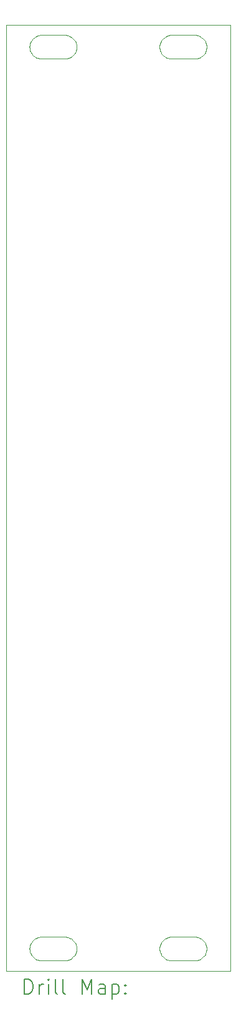
<source format=gbr>
%TF.GenerationSoftware,KiCad,Pcbnew,(6.0.9)*%
%TF.CreationDate,2022-12-27T03:42:47-08:00*%
%TF.ProjectId,panel_pcb,70616e65-6c5f-4706-9362-2e6b69636164,rev?*%
%TF.SameCoordinates,Original*%
%TF.FileFunction,Drillmap*%
%TF.FilePolarity,Positive*%
%FSLAX45Y45*%
G04 Gerber Fmt 4.5, Leading zero omitted, Abs format (unit mm)*
G04 Created by KiCad (PCBNEW (6.0.9)) date 2022-12-27 03:42:47*
%MOMM*%
%LPD*%
G01*
G04 APERTURE LIST*
%ADD10C,0.100000*%
%ADD11C,0.200000*%
G04 APERTURE END LIST*
D10*
X-691774Y5968249D02*
X-676445Y5972194D01*
X634570Y5992338D02*
X647760Y5984320D01*
X-1203186Y-6141400D02*
X-1200759Y-6157200D01*
X-676445Y-5972200D02*
X-691774Y-5968200D01*
X-1524000Y-6425000D02*
X-1524000Y6425000D01*
X-1060344Y5965822D02*
X-1043993Y5964995D01*
X-1076226Y5968249D02*
X-1060344Y5965822D01*
X567260Y-6092800D02*
X564840Y-6108700D01*
X724010Y-5965000D02*
X707650Y-5965800D01*
X1091560Y5972194D02*
X1106260Y5977578D01*
X1200760Y6092765D02*
X1203190Y6108642D01*
X-1191430Y6187251D02*
X-1196814Y6172552D01*
X-1133436Y6257665D02*
X-1157122Y6238118D01*
X1176670Y-6214400D02*
X1184690Y-6201200D01*
X-564012Y6124989D02*
X-564012Y6124989D01*
X-1106255Y5977578D02*
X-1091556Y5972194D01*
X-1184688Y6048758D02*
X-1176669Y6035566D01*
X583330Y6201238D02*
X576590Y6187251D01*
X1120240Y-5984300D02*
X1106260Y-5977600D01*
X1157120Y-6011900D02*
X1133440Y-5992300D01*
X-576592Y6062742D02*
X-571209Y6077438D01*
X1200760Y6157222D02*
X1196810Y6172552D01*
X1176670Y-6035600D02*
X1157120Y-6011900D01*
X-1184688Y-6048800D02*
X-1191430Y-6062700D01*
X661750Y6272426D02*
X647760Y6265684D01*
X-691774Y-5968200D02*
X-707655Y-5965800D01*
X-707655Y5965822D02*
X-691774Y5968249D01*
X1524000Y-6425000D02*
X-1524000Y-6425000D01*
X-676445Y5972194D02*
X-661748Y5977578D01*
X-576592Y-6062700D02*
X-583332Y-6048800D01*
X-571209Y-6077400D02*
X-576592Y-6062700D01*
X-564839Y-6141400D02*
X-564012Y-6125000D01*
X591350Y6214432D02*
X583330Y6201238D01*
X1060340Y-5965800D02*
X1043990Y-5965000D01*
X-564012Y-6125000D02*
X-564012Y-6125000D01*
X-591348Y6035566D02*
X-583332Y6048758D01*
X-724006Y-6285000D02*
X-707655Y-6284200D01*
X-1120242Y5984320D02*
X-1106255Y5977578D01*
X1200760Y-6157200D02*
X1203190Y-6141400D01*
X-1200759Y-6092800D02*
X-1203186Y-6108700D01*
X1176670Y6035566D02*
X1184690Y6048758D01*
X-1203186Y6141340D02*
X-1204013Y6124989D01*
X-1091556Y-6277800D02*
X-1076226Y-6281700D01*
X-1120242Y-5984300D02*
X-1133436Y-5992300D01*
X647760Y6265684D02*
X634570Y6257665D01*
X-1200759Y6092765D02*
X-1196814Y6077438D01*
X567260Y-6157200D02*
X571210Y-6172600D01*
X-564839Y6108642D02*
X-564012Y6124989D01*
X-583332Y6201238D02*
X-591348Y6214432D01*
X-564012Y-6125000D02*
X-564839Y-6108700D01*
X-610890Y6011883D02*
X-591348Y6035566D01*
X-691774Y6281756D02*
X-707655Y6284182D01*
X1191430Y-6187300D02*
X1196810Y-6172600D01*
X-1076226Y6281756D02*
X-1091556Y6277810D01*
X576590Y6062742D02*
X583330Y6048758D01*
X1106260Y6272426D02*
X1091560Y6277810D01*
X-564012Y6124989D02*
X-564012Y6124989D01*
X1076230Y5968249D02*
X1091560Y5972194D01*
X1204010Y-6125000D02*
X1204010Y-6125000D01*
X-1157122Y-6011900D02*
X-1176669Y-6035600D01*
X1091560Y6277810D02*
X1076230Y6281756D01*
X-1133436Y-6257700D02*
X-1120242Y-6265700D01*
X-1203186Y-6108700D02*
X-1204013Y-6125000D01*
X1184690Y-6048800D02*
X1176670Y-6035600D01*
X-564012Y-6125000D02*
X-564012Y-6125000D01*
X647760Y-5984300D02*
X634570Y-5992300D01*
X724010Y5964995D02*
X1043990Y5964995D01*
X1060340Y5965822D02*
X1076230Y5968249D01*
X1091560Y-5972200D02*
X1076230Y-5968200D01*
X591350Y-6035600D02*
X583330Y-6048800D01*
X634570Y-5992300D02*
X610890Y-6011900D01*
X-1200759Y-6157200D02*
X-1196814Y-6172600D01*
X-567265Y6092765D02*
X-564839Y6108642D01*
X676440Y5972194D02*
X691770Y5968249D01*
X-1091556Y6277810D02*
X-1106255Y6272426D01*
X1184690Y-6201200D02*
X1191430Y-6187300D01*
X661750Y-6272400D02*
X676440Y-6277800D01*
X571210Y-6172600D02*
X576590Y-6187300D01*
X-1191430Y6062742D02*
X-1184688Y6048758D01*
X-1176669Y-6035600D02*
X-1184688Y-6048800D01*
X676440Y-5972200D02*
X661750Y-5977600D01*
X-724006Y5964995D02*
X-707655Y5965822D01*
X564840Y6108642D02*
X567260Y6092765D01*
X1191430Y6062742D02*
X1196810Y6077438D01*
X1091560Y-6277800D02*
X1106260Y-6272400D01*
X1060340Y6284182D02*
X1043990Y6285009D01*
X691770Y-5968200D02*
X676440Y-5972200D01*
X676440Y-6277800D02*
X691770Y-6281700D01*
X647760Y5984320D02*
X661750Y5977578D01*
X564840Y-6108700D02*
X564010Y-6125000D01*
X-1106255Y-6272400D02*
X-1091556Y-6277800D01*
X-1076226Y-6281700D02*
X-1060344Y-6284200D01*
X724010Y-6285000D02*
X1043990Y-6285000D01*
X564840Y-6141400D02*
X567260Y-6157200D01*
X-1176669Y-6214400D02*
X-1157122Y-6238100D01*
X1043990Y-6285000D02*
X1060340Y-6284200D01*
X-1204013Y-6125000D02*
X-1203186Y-6141400D01*
X-567265Y-6157200D02*
X-564839Y-6141400D01*
X1200760Y-6092800D02*
X1196810Y-6077400D01*
X-564012Y6124989D02*
X-564839Y6141340D01*
X-1120242Y-6265700D02*
X-1106255Y-6272400D01*
X-576592Y-6187300D02*
X-571209Y-6172600D01*
X1120240Y5984320D02*
X1133440Y5992338D01*
X-583332Y-6201200D02*
X-576592Y-6187300D01*
X567260Y6092765D02*
X571210Y6077438D01*
X-1120242Y6265684D02*
X-1133436Y6257665D01*
X583330Y6048758D02*
X591350Y6035566D01*
X1204010Y6124989D02*
X1204010Y6124989D01*
X1133440Y6257665D02*
X1120240Y6265684D01*
X576590Y6187251D02*
X571210Y6172552D01*
X-1043993Y6285009D02*
X-1060344Y6284182D01*
X691770Y6281756D02*
X676440Y6277810D01*
X-1196814Y-6172600D02*
X-1191430Y-6187300D01*
X-647763Y-5984300D02*
X-661748Y-5977600D01*
X-724006Y6285009D02*
X-1043993Y6285009D01*
X1203190Y-6141400D02*
X1204010Y-6125000D01*
X-647763Y5984320D02*
X-634571Y5992338D01*
X634570Y-6257700D02*
X647760Y-6265700D01*
X-1133436Y-5992300D02*
X-1157122Y-6011900D01*
X591350Y-6214400D02*
X610890Y-6238100D01*
X576590Y-6187300D02*
X583330Y-6201200D01*
X-591348Y-6214400D02*
X-583332Y-6201200D01*
X567260Y6157222D02*
X564840Y6141340D01*
X564840Y6141340D02*
X564010Y6124989D01*
X-1157122Y-6238100D02*
X-1133436Y-6257700D01*
X724010Y6285009D02*
X707650Y6284182D01*
X-647763Y6265684D02*
X-661748Y6272426D01*
X661750Y-5977600D02*
X647760Y-5984300D01*
X571210Y-6077400D02*
X567260Y-6092800D01*
X1196810Y6077438D02*
X1200760Y6092765D01*
X-1196814Y6172552D02*
X-1200759Y6157222D01*
X676440Y6277810D02*
X661750Y6272426D01*
X707650Y-5965800D02*
X691770Y-5968200D01*
X1184690Y6048758D02*
X1191430Y6062742D01*
X576590Y-6062700D02*
X571210Y-6077400D01*
X1204010Y-6125000D02*
X1203190Y-6108700D01*
X1120240Y6265684D02*
X1106260Y6272426D01*
X-1060344Y-5965800D02*
X-1076226Y-5968200D01*
X-661748Y5977578D02*
X-647763Y5984320D01*
X-571209Y-6172600D02*
X-567265Y-6157200D01*
X1120240Y-6265700D02*
X1133440Y-6257700D01*
X1191430Y6187251D02*
X1184690Y6201238D01*
X1106260Y-6272400D02*
X1120240Y-6265700D01*
X634570Y6257665D02*
X610890Y6238118D01*
X-583332Y-6048800D02*
X-591348Y-6035600D01*
X564010Y-6125000D02*
X564840Y-6141400D01*
X-1196814Y-6077400D02*
X-1200759Y-6092800D01*
X-724006Y-5965000D02*
X-1043993Y-5965000D01*
X1076230Y-5968200D02*
X1060340Y-5965800D01*
X1043990Y5964995D02*
X1060340Y5965822D01*
X661750Y5977578D02*
X676440Y5972194D01*
X1133440Y-5992300D02*
X1120240Y-5984300D01*
X610890Y6238118D02*
X591350Y6214432D01*
X-707655Y-6284200D02*
X-691774Y-6281700D01*
X583330Y-6201200D02*
X591350Y-6214400D01*
X-583332Y6048758D02*
X-576592Y6062742D01*
X-1091556Y-5972200D02*
X-1106255Y-5977600D01*
X-571209Y6172552D02*
X-576592Y6187251D01*
X-1191430Y-6062700D02*
X-1196814Y-6077400D01*
X-1106255Y6272426D02*
X-1120242Y6265684D01*
X1133440Y5992338D02*
X1157120Y6011883D01*
X707650Y6284182D02*
X691770Y6281756D01*
X-567265Y6157222D02*
X-571209Y6172552D01*
X-1043993Y-5965000D02*
X-1060344Y-5965800D01*
X-676445Y-6277800D02*
X-661748Y-6272400D01*
X-634571Y-6257700D02*
X-610890Y-6238100D01*
X-610890Y6238118D02*
X-634571Y6257665D01*
X-634571Y6257665D02*
X-647763Y6265684D01*
X1157120Y6238118D02*
X1133440Y6257665D01*
X1524000Y6425000D02*
X1524000Y-6425000D01*
X-707655Y-5965800D02*
X-724006Y-5965000D01*
X-564839Y6141340D02*
X-567265Y6157222D01*
X610890Y-6011900D02*
X591350Y-6035600D01*
X1176670Y6214432D02*
X1157120Y6238118D01*
X1196810Y-6172600D02*
X1200760Y-6157200D01*
X-591348Y-6035600D02*
X-610890Y-6011900D01*
X-1196814Y6077438D02*
X-1191430Y6062742D01*
X-1176669Y6035566D02*
X-1157122Y6011883D01*
X1191430Y-6062700D02*
X1184690Y-6048800D01*
X1203190Y-6108700D02*
X1200760Y-6092800D01*
X-1184688Y-6201200D02*
X-1176669Y-6214400D01*
X1203190Y6108642D02*
X1204010Y6124989D01*
X610890Y-6238100D02*
X634570Y-6257700D01*
X-1176669Y6214432D02*
X-1184688Y6201238D01*
X-1204013Y6124989D02*
X-1203186Y6108642D01*
X-564839Y-6108700D02*
X-567265Y-6092800D01*
X-661748Y-5977600D02*
X-676445Y-5972200D01*
X1157120Y6011883D02*
X1176670Y6035566D01*
X-1203186Y6108642D02*
X-1200759Y6092765D01*
X-1157122Y6238118D02*
X-1176669Y6214432D01*
X-1200759Y6157222D02*
X-1203186Y6141340D01*
X-1524000Y6425000D02*
X1524000Y6425000D01*
X1106260Y5977578D02*
X1120240Y5984320D01*
X-1091556Y5972194D02*
X-1076226Y5968249D01*
X-576592Y6187251D02*
X-583332Y6201238D01*
X1196810Y6172552D02*
X1191430Y6187251D01*
X591350Y6035566D02*
X610890Y6011883D01*
X-1060344Y-6284200D02*
X-1043993Y-6285000D01*
X1076230Y6281756D02*
X1060340Y6284182D01*
X-610890Y-6011900D02*
X-634571Y-5992300D01*
X-1106255Y-5977600D02*
X-1120242Y-5984300D01*
X-634571Y5992338D02*
X-610890Y6011883D01*
X1133440Y-6257700D02*
X1157120Y-6238100D01*
X-571209Y6077438D02*
X-567265Y6092765D01*
X1204010Y-6125000D02*
X1204010Y-6125000D01*
X-1043993Y-6285000D02*
X-724006Y-6285000D01*
X-567265Y-6092800D02*
X-571209Y-6077400D01*
X1204010Y6124989D02*
X1204010Y6124989D01*
X-591348Y6214432D02*
X-610890Y6238118D01*
X-1133436Y5992338D02*
X-1120242Y5984320D01*
X564010Y6124989D02*
X564840Y6108642D01*
X-1184688Y6201238D02*
X-1191430Y6187251D01*
X-610890Y-6238100D02*
X-591348Y-6214400D01*
X1043990Y-5965000D02*
X724010Y-5965000D01*
X1157120Y-6238100D02*
X1176670Y-6214400D01*
X-676445Y6277810D02*
X-691774Y6281756D01*
X1196810Y-6077400D02*
X1191430Y-6062700D01*
X571210Y6077438D02*
X576590Y6062742D01*
X647760Y-6265700D02*
X661750Y-6272400D01*
X707650Y5965822D02*
X724010Y5964995D01*
X583330Y-6048800D02*
X576590Y-6062700D01*
X1076230Y-6281700D02*
X1091560Y-6277800D01*
X1106260Y-5977600D02*
X1091560Y-5972200D01*
X707650Y-6284200D02*
X724010Y-6285000D01*
X571210Y6172552D02*
X567260Y6157222D01*
X691770Y-6281700D02*
X707650Y-6284200D01*
X1203190Y6141340D02*
X1200760Y6157222D01*
X-691774Y-6281700D02*
X-676445Y-6277800D01*
X-1060344Y6284182D02*
X-1076226Y6281756D01*
X1060340Y-6284200D02*
X1076230Y-6281700D01*
X-661748Y6272426D02*
X-676445Y6277810D01*
X1184690Y6201238D02*
X1176670Y6214432D01*
X-1157122Y6011883D02*
X-1133436Y5992338D01*
X-661748Y-6272400D02*
X-647763Y-6265700D01*
X1204010Y6124989D02*
X1203190Y6141340D01*
X691770Y5968249D02*
X707650Y5965822D01*
X-634571Y-5992300D02*
X-647763Y-5984300D01*
X-707655Y6284182D02*
X-724006Y6285009D01*
X-1043993Y5964995D02*
X-724006Y5964995D01*
X1043990Y6285009D02*
X724010Y6285009D01*
X-1191430Y-6187300D02*
X-1184688Y-6201200D01*
X-1076226Y-5968200D02*
X-1091556Y-5972200D01*
X-1524000Y6425000D02*
X-1524000Y6425000D01*
X-647763Y-6265700D02*
X-634571Y-6257700D01*
X610890Y6011883D02*
X634570Y5992338D01*
D11*
X-1271381Y-6740476D02*
X-1271381Y-6540476D01*
X-1223762Y-6540476D01*
X-1195190Y-6550000D01*
X-1176143Y-6569048D01*
X-1166619Y-6588095D01*
X-1157095Y-6626190D01*
X-1157095Y-6654762D01*
X-1166619Y-6692857D01*
X-1176143Y-6711905D01*
X-1195190Y-6730952D01*
X-1223762Y-6740476D01*
X-1271381Y-6740476D01*
X-1071381Y-6740476D02*
X-1071381Y-6607143D01*
X-1071381Y-6645238D02*
X-1061857Y-6626190D01*
X-1052333Y-6616667D01*
X-1033286Y-6607143D01*
X-1014238Y-6607143D01*
X-947571Y-6740476D02*
X-947571Y-6607143D01*
X-947571Y-6540476D02*
X-957095Y-6550000D01*
X-947571Y-6559524D01*
X-938048Y-6550000D01*
X-947571Y-6540476D01*
X-947571Y-6559524D01*
X-823762Y-6740476D02*
X-842809Y-6730952D01*
X-852333Y-6711905D01*
X-852333Y-6540476D01*
X-719000Y-6740476D02*
X-738048Y-6730952D01*
X-747571Y-6711905D01*
X-747571Y-6540476D01*
X-490428Y-6740476D02*
X-490428Y-6540476D01*
X-423762Y-6683333D01*
X-357095Y-6540476D01*
X-357095Y-6740476D01*
X-176143Y-6740476D02*
X-176143Y-6635714D01*
X-185667Y-6616667D01*
X-204714Y-6607143D01*
X-242809Y-6607143D01*
X-261857Y-6616667D01*
X-176143Y-6730952D02*
X-195190Y-6740476D01*
X-242809Y-6740476D01*
X-261857Y-6730952D01*
X-271381Y-6711905D01*
X-271381Y-6692857D01*
X-261857Y-6673809D01*
X-242809Y-6664286D01*
X-195190Y-6664286D01*
X-176143Y-6654762D01*
X-80905Y-6607143D02*
X-80905Y-6807143D01*
X-80905Y-6616667D02*
X-61857Y-6607143D01*
X-23762Y-6607143D01*
X-4714Y-6616667D01*
X4810Y-6626190D01*
X14333Y-6645238D01*
X14333Y-6702381D01*
X4810Y-6721428D01*
X-4714Y-6730952D01*
X-23762Y-6740476D01*
X-61857Y-6740476D01*
X-80905Y-6730952D01*
X100048Y-6721428D02*
X109571Y-6730952D01*
X100048Y-6740476D01*
X90524Y-6730952D01*
X100048Y-6721428D01*
X100048Y-6740476D01*
X100048Y-6616667D02*
X109571Y-6626190D01*
X100048Y-6635714D01*
X90524Y-6626190D01*
X100048Y-6616667D01*
X100048Y-6635714D01*
M02*

</source>
